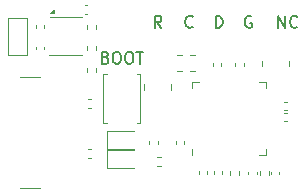
<source format=gbr>
%TF.GenerationSoftware,KiCad,Pcbnew,8.0.3*%
%TF.CreationDate,2024-07-01T02:25:18+08:00*%
%TF.ProjectId,hpm_dap,68706d5f-6461-4702-9e6b-696361645f70,rev?*%
%TF.SameCoordinates,PX3f32af6PY270961d*%
%TF.FileFunction,Legend,Top*%
%TF.FilePolarity,Positive*%
%FSLAX46Y46*%
G04 Gerber Fmt 4.6, Leading zero omitted, Abs format (unit mm)*
G04 Created by KiCad (PCBNEW 8.0.3) date 2024-07-01 02:25:18*
%MOMM*%
%LPD*%
G01*
G04 APERTURE LIST*
%ADD10C,0.150000*%
%ADD11C,0.200000*%
%ADD12C,0.120000*%
%ADD13C,0.100000*%
G04 APERTURE END LIST*
D10*
X2255113Y14139074D02*
X1921780Y14615265D01*
X1683685Y14139074D02*
X1683685Y15139074D01*
X1683685Y15139074D02*
X2064637Y15139074D01*
X2064637Y15139074D02*
X2159875Y15091455D01*
X2159875Y15091455D02*
X2207494Y15043836D01*
X2207494Y15043836D02*
X2255113Y14948598D01*
X2255113Y14948598D02*
X2255113Y14805741D01*
X2255113Y14805741D02*
X2207494Y14710503D01*
X2207494Y14710503D02*
X2159875Y14662884D01*
X2159875Y14662884D02*
X2064637Y14615265D01*
X2064637Y14615265D02*
X1683685Y14615265D01*
D11*
X-2471288Y11617484D02*
X-2328431Y11569865D01*
X-2328431Y11569865D02*
X-2280812Y11522246D01*
X-2280812Y11522246D02*
X-2233193Y11427008D01*
X-2233193Y11427008D02*
X-2233193Y11284151D01*
X-2233193Y11284151D02*
X-2280812Y11188913D01*
X-2280812Y11188913D02*
X-2328431Y11141293D01*
X-2328431Y11141293D02*
X-2423669Y11093674D01*
X-2423669Y11093674D02*
X-2804621Y11093674D01*
X-2804621Y11093674D02*
X-2804621Y12093674D01*
X-2804621Y12093674D02*
X-2471288Y12093674D01*
X-2471288Y12093674D02*
X-2376050Y12046055D01*
X-2376050Y12046055D02*
X-2328431Y11998436D01*
X-2328431Y11998436D02*
X-2280812Y11903198D01*
X-2280812Y11903198D02*
X-2280812Y11807960D01*
X-2280812Y11807960D02*
X-2328431Y11712722D01*
X-2328431Y11712722D02*
X-2376050Y11665103D01*
X-2376050Y11665103D02*
X-2471288Y11617484D01*
X-2471288Y11617484D02*
X-2804621Y11617484D01*
X-1614145Y12093674D02*
X-1423669Y12093674D01*
X-1423669Y12093674D02*
X-1328431Y12046055D01*
X-1328431Y12046055D02*
X-1233193Y11950817D01*
X-1233193Y11950817D02*
X-1185574Y11760341D01*
X-1185574Y11760341D02*
X-1185574Y11427008D01*
X-1185574Y11427008D02*
X-1233193Y11236532D01*
X-1233193Y11236532D02*
X-1328431Y11141293D01*
X-1328431Y11141293D02*
X-1423669Y11093674D01*
X-1423669Y11093674D02*
X-1614145Y11093674D01*
X-1614145Y11093674D02*
X-1709383Y11141293D01*
X-1709383Y11141293D02*
X-1804621Y11236532D01*
X-1804621Y11236532D02*
X-1852240Y11427008D01*
X-1852240Y11427008D02*
X-1852240Y11760341D01*
X-1852240Y11760341D02*
X-1804621Y11950817D01*
X-1804621Y11950817D02*
X-1709383Y12046055D01*
X-1709383Y12046055D02*
X-1614145Y12093674D01*
X-566526Y12093674D02*
X-376050Y12093674D01*
X-376050Y12093674D02*
X-280812Y12046055D01*
X-280812Y12046055D02*
X-185574Y11950817D01*
X-185574Y11950817D02*
X-137955Y11760341D01*
X-137955Y11760341D02*
X-137955Y11427008D01*
X-137955Y11427008D02*
X-185574Y11236532D01*
X-185574Y11236532D02*
X-280812Y11141293D01*
X-280812Y11141293D02*
X-376050Y11093674D01*
X-376050Y11093674D02*
X-566526Y11093674D01*
X-566526Y11093674D02*
X-661764Y11141293D01*
X-661764Y11141293D02*
X-757002Y11236532D01*
X-757002Y11236532D02*
X-804621Y11427008D01*
X-804621Y11427008D02*
X-804621Y11760341D01*
X-804621Y11760341D02*
X-757002Y11950817D01*
X-757002Y11950817D02*
X-661764Y12046055D01*
X-661764Y12046055D02*
X-566526Y12093674D01*
X147760Y12093674D02*
X719188Y12093674D01*
X433474Y11093674D02*
X433474Y12093674D01*
D10*
X9878294Y15091455D02*
X9783056Y15139074D01*
X9783056Y15139074D02*
X9640199Y15139074D01*
X9640199Y15139074D02*
X9497342Y15091455D01*
X9497342Y15091455D02*
X9402104Y14996217D01*
X9402104Y14996217D02*
X9354485Y14900979D01*
X9354485Y14900979D02*
X9306866Y14710503D01*
X9306866Y14710503D02*
X9306866Y14567646D01*
X9306866Y14567646D02*
X9354485Y14377170D01*
X9354485Y14377170D02*
X9402104Y14281932D01*
X9402104Y14281932D02*
X9497342Y14186693D01*
X9497342Y14186693D02*
X9640199Y14139074D01*
X9640199Y14139074D02*
X9735437Y14139074D01*
X9735437Y14139074D02*
X9878294Y14186693D01*
X9878294Y14186693D02*
X9925913Y14234313D01*
X9925913Y14234313D02*
X9925913Y14567646D01*
X9925913Y14567646D02*
X9735437Y14567646D01*
X12148485Y14139074D02*
X12148485Y15139074D01*
X12148485Y15139074D02*
X12719913Y14139074D01*
X12719913Y14139074D02*
X12719913Y15139074D01*
X13767532Y14234313D02*
X13719913Y14186693D01*
X13719913Y14186693D02*
X13577056Y14139074D01*
X13577056Y14139074D02*
X13481818Y14139074D01*
X13481818Y14139074D02*
X13338961Y14186693D01*
X13338961Y14186693D02*
X13243723Y14281932D01*
X13243723Y14281932D02*
X13196104Y14377170D01*
X13196104Y14377170D02*
X13148485Y14567646D01*
X13148485Y14567646D02*
X13148485Y14710503D01*
X13148485Y14710503D02*
X13196104Y14900979D01*
X13196104Y14900979D02*
X13243723Y14996217D01*
X13243723Y14996217D02*
X13338961Y15091455D01*
X13338961Y15091455D02*
X13481818Y15139074D01*
X13481818Y15139074D02*
X13577056Y15139074D01*
X13577056Y15139074D02*
X13719913Y15091455D01*
X13719913Y15091455D02*
X13767532Y15043836D01*
X4896713Y14234313D02*
X4849094Y14186693D01*
X4849094Y14186693D02*
X4706237Y14139074D01*
X4706237Y14139074D02*
X4610999Y14139074D01*
X4610999Y14139074D02*
X4468142Y14186693D01*
X4468142Y14186693D02*
X4372904Y14281932D01*
X4372904Y14281932D02*
X4325285Y14377170D01*
X4325285Y14377170D02*
X4277666Y14567646D01*
X4277666Y14567646D02*
X4277666Y14710503D01*
X4277666Y14710503D02*
X4325285Y14900979D01*
X4325285Y14900979D02*
X4372904Y14996217D01*
X4372904Y14996217D02*
X4468142Y15091455D01*
X4468142Y15091455D02*
X4610999Y15139074D01*
X4610999Y15139074D02*
X4706237Y15139074D01*
X4706237Y15139074D02*
X4849094Y15091455D01*
X4849094Y15091455D02*
X4896713Y15043836D01*
X6865285Y14139074D02*
X6865285Y15139074D01*
X6865285Y15139074D02*
X7103380Y15139074D01*
X7103380Y15139074D02*
X7246237Y15091455D01*
X7246237Y15091455D02*
X7341475Y14996217D01*
X7341475Y14996217D02*
X7389094Y14900979D01*
X7389094Y14900979D02*
X7436713Y14710503D01*
X7436713Y14710503D02*
X7436713Y14567646D01*
X7436713Y14567646D02*
X7389094Y14377170D01*
X7389094Y14377170D02*
X7341475Y14281932D01*
X7341475Y14281932D02*
X7246237Y14186693D01*
X7246237Y14186693D02*
X7103380Y14139074D01*
X7103380Y14139074D02*
X6865285Y14139074D01*
D12*
%TO.C,J1*%
X-9682001Y594000D02*
X-7982001Y594000D01*
X-9682001Y9934000D02*
X-7982001Y9934000D01*
%TO.C,C23*%
X7345706Y11118463D02*
X7345706Y10902791D01*
X6625706Y11118463D02*
X6625706Y10902791D01*
%TO.C,U1*%
X11083306Y3358093D02*
X10533306Y3358093D01*
X11083306Y3908093D02*
X11083306Y3358093D01*
X11083306Y9028093D02*
X11083306Y9578093D01*
X11083306Y9578093D02*
X10533306Y9578093D01*
X4863306Y3908093D02*
X4863306Y3358093D01*
X4863306Y9028093D02*
X4863306Y9578093D01*
X4863306Y9578093D02*
X5413306Y9578093D01*
%TO.C,C19*%
X-7675752Y14367714D02*
X-7675752Y14152042D01*
X-8395752Y14367714D02*
X-8395752Y14152042D01*
%TO.C,C15*%
X12884742Y7155693D02*
X12669070Y7155693D01*
X12884742Y7875693D02*
X12669070Y7875693D01*
%TO.C,R9*%
X1980906Y4581334D02*
X1980906Y4274052D01*
X1220906Y4581334D02*
X1220906Y4274052D01*
%TO.C,C24*%
X7396506Y1770257D02*
X7396506Y1985929D01*
X6676506Y1770257D02*
X6676506Y1985929D01*
%TO.C,R8*%
X1904465Y2402093D02*
X2211747Y2402093D01*
X1904465Y3162093D02*
X2211747Y3162093D01*
D13*
%TO.C,X1*%
X5119106Y10491693D02*
X4694106Y10491693D01*
X5119106Y11791693D02*
X4694106Y11791693D01*
X3569106Y10491693D02*
X3994106Y10491693D01*
X3569106Y11791693D02*
X3994106Y11791693D01*
D12*
%TO.C,F1*%
X-9130694Y11799293D02*
X-9130694Y14999293D01*
X-9130694Y14999293D02*
X-10730694Y14999293D01*
X-10730694Y11799293D02*
X-9130694Y11799293D01*
X-10730694Y14999293D02*
X-10730694Y11799293D01*
%TO.C,SW1*%
X478506Y6096893D02*
X178506Y6096893D01*
X478506Y10236893D02*
X478506Y6096893D01*
X178506Y10236893D02*
X478506Y10236893D01*
X-2361494Y6096893D02*
X-2661494Y6096893D01*
X-2661494Y6096893D02*
X-2661494Y10236893D01*
X-2661494Y10236893D02*
X-2361494Y10236893D01*
%TO.C,C20*%
X-4226030Y15310311D02*
X-4010358Y15310311D01*
X-4226030Y16030311D02*
X-4010358Y16030311D01*
%TO.C,R1*%
X11328106Y1991734D02*
X11328106Y1684452D01*
X10568106Y1991734D02*
X10568106Y1684452D01*
%TO.C,R3*%
X-3298194Y14366934D02*
X-3298194Y14059652D01*
X-4058194Y14366934D02*
X-4058194Y14059652D01*
%TO.C,RN2*%
X13053306Y11355293D02*
X13053306Y10855293D01*
X10773306Y11355293D02*
X10773306Y10855293D01*
%TO.C,C3*%
X6126506Y1985929D02*
X6126506Y1770257D01*
X5406506Y1985929D02*
X5406506Y1770257D01*
%TO.C,U2*%
X-6866694Y15399293D02*
X-7146694Y15399293D01*
X-6866694Y15679293D01*
X-6866694Y15399293D01*
G36*
X-6866694Y15399293D02*
G01*
X-7146694Y15399293D01*
X-6866694Y15679293D01*
X-6866694Y15399293D01*
G37*
X-7156694Y15009293D02*
X-4466694Y15009293D01*
X-7266694Y11789293D02*
X-4466694Y11789293D01*
%TO.C,C12*%
X12240986Y1945929D02*
X12240986Y1730257D01*
X11520986Y1945929D02*
X11520986Y1730257D01*
%TO.C,R5*%
X-3302294Y10708134D02*
X-3302294Y10400852D01*
X-4062294Y10708134D02*
X-4062294Y10400852D01*
%TO.C,C16*%
X12884742Y6232093D02*
X12669070Y6232093D01*
X12884742Y6952093D02*
X12669070Y6952093D01*
%TO.C,R7*%
X-3988335Y3134000D02*
X-3681053Y3134000D01*
X-3988335Y3894000D02*
X-3681053Y3894000D01*
%TO.C,R6*%
X-3988335Y7380493D02*
X-3681053Y7380493D01*
X-3988335Y8140493D02*
X-3681053Y8140493D01*
%TO.C,C7*%
X4196106Y4535529D02*
X4196106Y4319857D01*
X3476106Y4535529D02*
X3476106Y4319857D01*
%TO.C,R4*%
X8838906Y1684452D02*
X8838906Y1991734D01*
X8078906Y1684452D02*
X8078906Y1991734D01*
%TO.C,R2*%
X-3298194Y12586934D02*
X-3298194Y12279652D01*
X-4058194Y12586934D02*
X-4058194Y12279652D01*
%TO.C,RN1*%
X3045706Y9331293D02*
X3045706Y8831293D01*
X765706Y9331293D02*
X765706Y8831293D01*
%TO.C,C17*%
X10342906Y1945929D02*
X10342906Y1730257D01*
X9622906Y1945929D02*
X9622906Y1730257D01*
%TO.C,D5*%
X-62994Y3771093D02*
X-2347994Y3771093D01*
X-2347994Y2301093D02*
X-62994Y2301093D01*
X-2347994Y3771093D02*
X-2347994Y2301093D01*
%TO.C,C22*%
X9225306Y11118463D02*
X9225306Y10902791D01*
X8505306Y11118463D02*
X8505306Y10902791D01*
%TO.C,C21*%
X-7675752Y12328740D02*
X-7675752Y12544412D01*
X-8395752Y12328740D02*
X-8395752Y12544412D01*
%TO.C,D4*%
X-62994Y5359493D02*
X-2347994Y5359493D01*
X-2347994Y3889493D02*
X-62994Y3889493D01*
X-2347994Y5359493D02*
X-2347994Y3889493D01*
%TD*%
M02*

</source>
